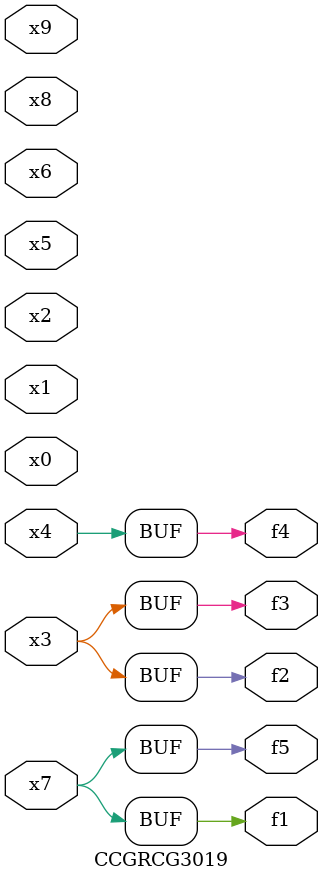
<source format=v>
module CCGRCG3019(
	input x0, x1, x2, x3, x4, x5, x6, x7, x8, x9,
	output f1, f2, f3, f4, f5
);
	assign f1 = x7;
	assign f2 = x3;
	assign f3 = x3;
	assign f4 = x4;
	assign f5 = x7;
endmodule

</source>
